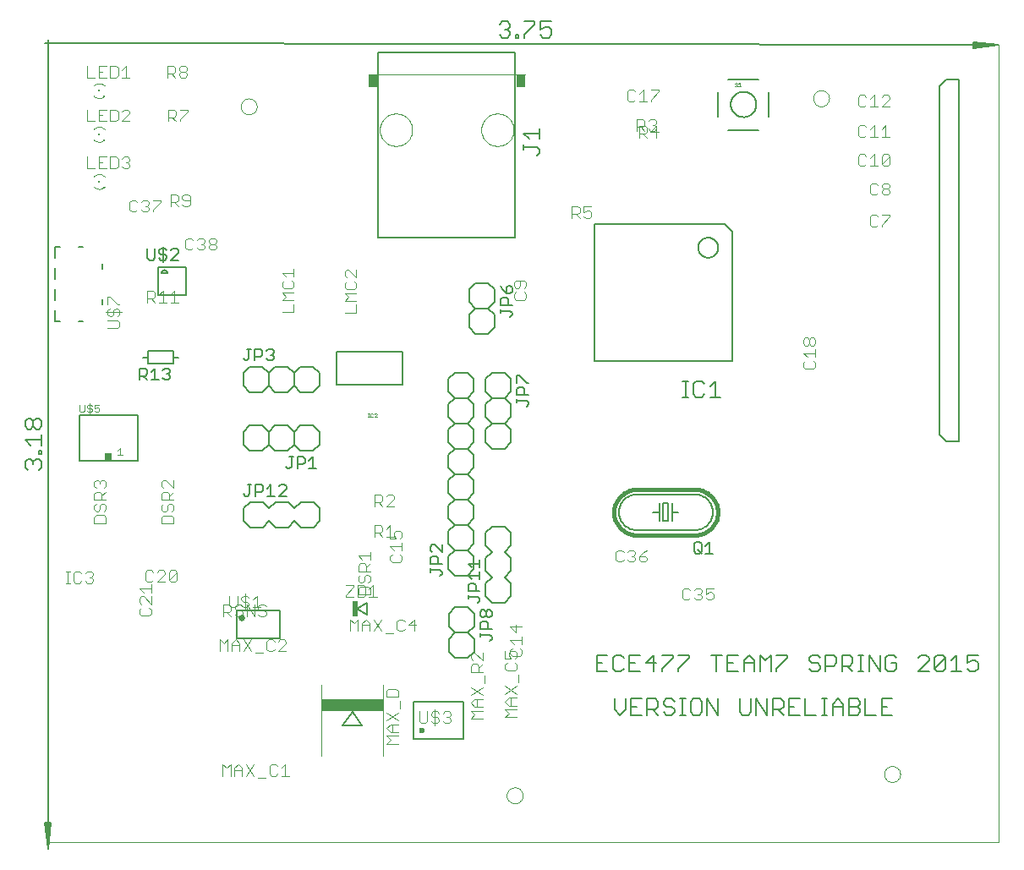
<source format=gto>
G75*
%MOIN*%
%OFA0B0*%
%FSLAX24Y24*%
%IPPOS*%
%LPD*%
%AMOC8*
5,1,8,0,0,1.08239X$1,22.5*
%
%ADD10C,0.0000*%
%ADD11C,0.0060*%
%ADD12C,0.0051*%
%ADD13C,0.0050*%
%ADD14C,0.0070*%
%ADD15C,0.0040*%
%ADD16C,0.0080*%
%ADD17C,0.0004*%
%ADD18R,0.0364X0.0450*%
%ADD19C,0.0256*%
%ADD20R,0.0240X0.0620*%
%ADD21C,0.0010*%
%ADD22C,0.0160*%
%ADD23R,0.0079X0.0079*%
%ADD24R,0.0059X0.0098*%
%ADD25C,0.0030*%
%ADD26R,0.0250X0.0250*%
%ADD27C,0.0236*%
%ADD28R,0.2441X0.0492*%
D10*
X001260Y002090D02*
X038752Y002090D01*
X038752Y033530D01*
X001260Y033590D01*
X001260Y002090D01*
X019345Y003940D02*
X019347Y003975D01*
X019353Y004010D01*
X019363Y004044D01*
X019376Y004077D01*
X019393Y004108D01*
X019414Y004136D01*
X019437Y004163D01*
X019464Y004186D01*
X019492Y004207D01*
X019523Y004224D01*
X019556Y004237D01*
X019590Y004247D01*
X019625Y004253D01*
X019660Y004255D01*
X019695Y004253D01*
X019730Y004247D01*
X019764Y004237D01*
X019797Y004224D01*
X019828Y004207D01*
X019856Y004186D01*
X019883Y004163D01*
X019906Y004136D01*
X019927Y004108D01*
X019944Y004077D01*
X019957Y004044D01*
X019967Y004010D01*
X019973Y003975D01*
X019975Y003940D01*
X019973Y003905D01*
X019967Y003870D01*
X019957Y003836D01*
X019944Y003803D01*
X019927Y003772D01*
X019906Y003744D01*
X019883Y003717D01*
X019856Y003694D01*
X019828Y003673D01*
X019797Y003656D01*
X019764Y003643D01*
X019730Y003633D01*
X019695Y003627D01*
X019660Y003625D01*
X019625Y003627D01*
X019590Y003633D01*
X019556Y003643D01*
X019523Y003656D01*
X019492Y003673D01*
X019464Y003694D01*
X019437Y003717D01*
X019414Y003744D01*
X019393Y003772D01*
X019376Y003803D01*
X019363Y003836D01*
X019353Y003870D01*
X019347Y003905D01*
X019345Y003940D01*
X034225Y004780D02*
X034227Y004815D01*
X034233Y004850D01*
X034243Y004884D01*
X034256Y004917D01*
X034273Y004948D01*
X034294Y004976D01*
X034317Y005003D01*
X034344Y005026D01*
X034372Y005047D01*
X034403Y005064D01*
X034436Y005077D01*
X034470Y005087D01*
X034505Y005093D01*
X034540Y005095D01*
X034575Y005093D01*
X034610Y005087D01*
X034644Y005077D01*
X034677Y005064D01*
X034708Y005047D01*
X034736Y005026D01*
X034763Y005003D01*
X034786Y004976D01*
X034807Y004948D01*
X034824Y004917D01*
X034837Y004884D01*
X034847Y004850D01*
X034853Y004815D01*
X034855Y004780D01*
X034853Y004745D01*
X034847Y004710D01*
X034837Y004676D01*
X034824Y004643D01*
X034807Y004612D01*
X034786Y004584D01*
X034763Y004557D01*
X034736Y004534D01*
X034708Y004513D01*
X034677Y004496D01*
X034644Y004483D01*
X034610Y004473D01*
X034575Y004467D01*
X034540Y004465D01*
X034505Y004467D01*
X034470Y004473D01*
X034436Y004483D01*
X034403Y004496D01*
X034372Y004513D01*
X034344Y004534D01*
X034317Y004557D01*
X034294Y004584D01*
X034273Y004612D01*
X034256Y004643D01*
X034243Y004676D01*
X034233Y004710D01*
X034227Y004745D01*
X034225Y004780D01*
X018340Y030180D02*
X018342Y030230D01*
X018348Y030280D01*
X018358Y030329D01*
X018371Y030378D01*
X018389Y030425D01*
X018410Y030471D01*
X018434Y030514D01*
X018462Y030556D01*
X018493Y030596D01*
X018527Y030633D01*
X018564Y030667D01*
X018604Y030698D01*
X018646Y030726D01*
X018689Y030750D01*
X018735Y030771D01*
X018782Y030789D01*
X018831Y030802D01*
X018880Y030812D01*
X018930Y030818D01*
X018980Y030820D01*
X019030Y030818D01*
X019080Y030812D01*
X019129Y030802D01*
X019178Y030789D01*
X019225Y030771D01*
X019271Y030750D01*
X019314Y030726D01*
X019356Y030698D01*
X019396Y030667D01*
X019433Y030633D01*
X019467Y030596D01*
X019498Y030556D01*
X019526Y030514D01*
X019550Y030471D01*
X019571Y030425D01*
X019589Y030378D01*
X019602Y030329D01*
X019612Y030280D01*
X019618Y030230D01*
X019620Y030180D01*
X019618Y030130D01*
X019612Y030080D01*
X019602Y030031D01*
X019589Y029982D01*
X019571Y029935D01*
X019550Y029889D01*
X019526Y029846D01*
X019498Y029804D01*
X019467Y029764D01*
X019433Y029727D01*
X019396Y029693D01*
X019356Y029662D01*
X019314Y029634D01*
X019271Y029610D01*
X019225Y029589D01*
X019178Y029571D01*
X019129Y029558D01*
X019080Y029548D01*
X019030Y029542D01*
X018980Y029540D01*
X018930Y029542D01*
X018880Y029548D01*
X018831Y029558D01*
X018782Y029571D01*
X018735Y029589D01*
X018689Y029610D01*
X018646Y029634D01*
X018604Y029662D01*
X018564Y029693D01*
X018527Y029727D01*
X018493Y029764D01*
X018462Y029804D01*
X018434Y029846D01*
X018410Y029889D01*
X018389Y029935D01*
X018371Y029982D01*
X018358Y030031D01*
X018348Y030080D01*
X018342Y030130D01*
X018340Y030180D01*
X014340Y030180D02*
X014342Y030230D01*
X014348Y030280D01*
X014358Y030329D01*
X014371Y030378D01*
X014389Y030425D01*
X014410Y030471D01*
X014434Y030514D01*
X014462Y030556D01*
X014493Y030596D01*
X014527Y030633D01*
X014564Y030667D01*
X014604Y030698D01*
X014646Y030726D01*
X014689Y030750D01*
X014735Y030771D01*
X014782Y030789D01*
X014831Y030802D01*
X014880Y030812D01*
X014930Y030818D01*
X014980Y030820D01*
X015030Y030818D01*
X015080Y030812D01*
X015129Y030802D01*
X015178Y030789D01*
X015225Y030771D01*
X015271Y030750D01*
X015314Y030726D01*
X015356Y030698D01*
X015396Y030667D01*
X015433Y030633D01*
X015467Y030596D01*
X015498Y030556D01*
X015526Y030514D01*
X015550Y030471D01*
X015571Y030425D01*
X015589Y030378D01*
X015602Y030329D01*
X015612Y030280D01*
X015618Y030230D01*
X015620Y030180D01*
X015618Y030130D01*
X015612Y030080D01*
X015602Y030031D01*
X015589Y029982D01*
X015571Y029935D01*
X015550Y029889D01*
X015526Y029846D01*
X015498Y029804D01*
X015467Y029764D01*
X015433Y029727D01*
X015396Y029693D01*
X015356Y029662D01*
X015314Y029634D01*
X015271Y029610D01*
X015225Y029589D01*
X015178Y029571D01*
X015129Y029558D01*
X015080Y029548D01*
X015030Y029542D01*
X014980Y029540D01*
X014930Y029542D01*
X014880Y029548D01*
X014831Y029558D01*
X014782Y029571D01*
X014735Y029589D01*
X014689Y029610D01*
X014646Y029634D01*
X014604Y029662D01*
X014564Y029693D01*
X014527Y029727D01*
X014493Y029764D01*
X014462Y029804D01*
X014434Y029846D01*
X014410Y029889D01*
X014389Y029935D01*
X014371Y029982D01*
X014358Y030031D01*
X014348Y030080D01*
X014342Y030130D01*
X014340Y030180D01*
X008865Y031100D02*
X008867Y031135D01*
X008873Y031170D01*
X008883Y031204D01*
X008896Y031237D01*
X008913Y031268D01*
X008934Y031296D01*
X008957Y031323D01*
X008984Y031346D01*
X009012Y031367D01*
X009043Y031384D01*
X009076Y031397D01*
X009110Y031407D01*
X009145Y031413D01*
X009180Y031415D01*
X009215Y031413D01*
X009250Y031407D01*
X009284Y031397D01*
X009317Y031384D01*
X009348Y031367D01*
X009376Y031346D01*
X009403Y031323D01*
X009426Y031296D01*
X009447Y031268D01*
X009464Y031237D01*
X009477Y031204D01*
X009487Y031170D01*
X009493Y031135D01*
X009495Y031100D01*
X009493Y031065D01*
X009487Y031030D01*
X009477Y030996D01*
X009464Y030963D01*
X009447Y030932D01*
X009426Y030904D01*
X009403Y030877D01*
X009376Y030854D01*
X009348Y030833D01*
X009317Y030816D01*
X009284Y030803D01*
X009250Y030793D01*
X009215Y030787D01*
X009180Y030785D01*
X009145Y030787D01*
X009110Y030793D01*
X009076Y030803D01*
X009043Y030816D01*
X009012Y030833D01*
X008984Y030854D01*
X008957Y030877D01*
X008934Y030904D01*
X008913Y030932D01*
X008896Y030963D01*
X008883Y030996D01*
X008873Y031030D01*
X008867Y031065D01*
X008865Y031100D01*
X031425Y031420D02*
X031427Y031455D01*
X031433Y031490D01*
X031443Y031524D01*
X031456Y031557D01*
X031473Y031588D01*
X031494Y031616D01*
X031517Y031643D01*
X031544Y031666D01*
X031572Y031687D01*
X031603Y031704D01*
X031636Y031717D01*
X031670Y031727D01*
X031705Y031733D01*
X031740Y031735D01*
X031775Y031733D01*
X031810Y031727D01*
X031844Y031717D01*
X031877Y031704D01*
X031908Y031687D01*
X031936Y031666D01*
X031963Y031643D01*
X031986Y031616D01*
X032007Y031588D01*
X032024Y031557D01*
X032037Y031524D01*
X032047Y031490D01*
X032053Y031455D01*
X032055Y031420D01*
X032053Y031385D01*
X032047Y031350D01*
X032037Y031316D01*
X032024Y031283D01*
X032007Y031252D01*
X031986Y031224D01*
X031963Y031197D01*
X031936Y031174D01*
X031908Y031153D01*
X031877Y031136D01*
X031844Y031123D01*
X031810Y031113D01*
X031775Y031107D01*
X031740Y031105D01*
X031705Y031107D01*
X031670Y031113D01*
X031636Y031123D01*
X031603Y031136D01*
X031572Y031153D01*
X031544Y031174D01*
X031517Y031197D01*
X031494Y031224D01*
X031473Y031252D01*
X031456Y031283D01*
X031443Y031316D01*
X031433Y031350D01*
X031427Y031385D01*
X031425Y031420D01*
D11*
X027930Y026466D02*
X028225Y026171D01*
X028225Y021054D01*
X022814Y021054D01*
X022814Y026466D01*
X027930Y026466D01*
X026897Y025532D02*
X026899Y025571D01*
X026905Y025610D01*
X026915Y025648D01*
X026928Y025685D01*
X026945Y025720D01*
X026965Y025754D01*
X026989Y025785D01*
X027016Y025814D01*
X027045Y025840D01*
X027077Y025863D01*
X027111Y025883D01*
X027147Y025899D01*
X027184Y025911D01*
X027223Y025920D01*
X027262Y025925D01*
X027301Y025926D01*
X027340Y025923D01*
X027379Y025916D01*
X027416Y025905D01*
X027453Y025891D01*
X027488Y025873D01*
X027521Y025852D01*
X027552Y025827D01*
X027580Y025800D01*
X027605Y025770D01*
X027627Y025737D01*
X027646Y025703D01*
X027661Y025667D01*
X027673Y025629D01*
X027681Y025591D01*
X027685Y025552D01*
X027685Y025512D01*
X027681Y025473D01*
X027673Y025435D01*
X027661Y025397D01*
X027646Y025361D01*
X027627Y025327D01*
X027605Y025294D01*
X027580Y025264D01*
X027552Y025237D01*
X027521Y025212D01*
X027488Y025191D01*
X027453Y025173D01*
X027416Y025159D01*
X027379Y025148D01*
X027340Y025141D01*
X027301Y025138D01*
X027262Y025139D01*
X027223Y025144D01*
X027184Y025153D01*
X027147Y025165D01*
X027111Y025181D01*
X027077Y025201D01*
X027045Y025224D01*
X027016Y025250D01*
X026989Y025279D01*
X026965Y025310D01*
X026945Y025344D01*
X026928Y025379D01*
X026915Y025416D01*
X026905Y025454D01*
X026899Y025493D01*
X026897Y025532D01*
X020650Y029278D02*
X020650Y029384D01*
X020543Y029491D01*
X020009Y029491D01*
X020009Y029384D02*
X020009Y029598D01*
X020222Y029815D02*
X020009Y030029D01*
X020650Y030029D01*
X020650Y030242D02*
X020650Y029815D01*
X020650Y029278D02*
X020543Y029171D01*
X020777Y033810D02*
X020671Y033917D01*
X020777Y033810D02*
X020991Y033809D01*
X021098Y033916D01*
X021098Y034130D01*
X020992Y034236D01*
X020885Y034237D01*
X020671Y034130D01*
X020672Y034451D01*
X021099Y034450D01*
X020454Y034451D02*
X020454Y034344D01*
X020026Y033918D01*
X020026Y033811D01*
X019810Y033812D02*
X019704Y033812D01*
X019704Y033918D01*
X019811Y033918D01*
X019810Y033812D01*
X019486Y033919D02*
X019379Y033812D01*
X019166Y033813D01*
X019059Y033920D01*
X019273Y034133D02*
X019380Y034133D01*
X019487Y034026D01*
X019486Y033919D01*
X019380Y034133D02*
X019487Y034239D01*
X019487Y034346D01*
X019381Y034453D01*
X019167Y034453D01*
X019060Y034347D01*
X020027Y034452D02*
X020454Y034451D01*
X018610Y024140D02*
X018110Y024140D01*
X017860Y023890D01*
X017860Y023390D01*
X018110Y023140D01*
X017860Y022890D01*
X017860Y022390D01*
X018110Y022140D01*
X018610Y022140D01*
X018860Y022390D01*
X018860Y022890D01*
X018610Y023140D01*
X018110Y023140D01*
X018610Y023140D02*
X018860Y023390D01*
X018860Y023890D01*
X018610Y024140D01*
X018760Y020600D02*
X018510Y020350D01*
X018510Y019850D01*
X018760Y019600D01*
X018510Y019350D01*
X018510Y018850D01*
X018760Y018600D01*
X018510Y018350D01*
X018510Y017850D01*
X018760Y017600D01*
X019260Y017600D01*
X019510Y017850D01*
X019510Y018350D01*
X019260Y018600D01*
X018760Y018600D01*
X019260Y018600D02*
X019510Y018850D01*
X019510Y019350D01*
X019260Y019600D01*
X018760Y019600D01*
X019260Y019600D02*
X019510Y019850D01*
X019510Y020350D01*
X019260Y020600D01*
X018760Y020600D01*
X018040Y020350D02*
X018040Y019850D01*
X017790Y019600D01*
X018040Y019350D01*
X018040Y018850D01*
X017790Y018600D01*
X018040Y018350D01*
X018040Y017850D01*
X017790Y017600D01*
X018040Y017350D01*
X018040Y016850D01*
X017790Y016600D01*
X018040Y016350D01*
X018040Y015850D01*
X017790Y015600D01*
X018040Y015350D01*
X018040Y014850D01*
X017790Y014600D01*
X018040Y014350D01*
X018040Y013850D01*
X017790Y013600D01*
X018040Y013350D01*
X018040Y012850D01*
X017790Y012600D01*
X017290Y012600D01*
X017040Y012850D01*
X017040Y013350D01*
X017290Y013600D01*
X017040Y013850D01*
X017040Y014350D01*
X017290Y014600D01*
X017790Y014600D01*
X017290Y014600D02*
X017040Y014850D01*
X017040Y015350D01*
X017290Y015600D01*
X017040Y015850D01*
X017040Y016350D01*
X017290Y016600D01*
X017040Y016850D01*
X017040Y017350D01*
X017290Y017600D01*
X017790Y017600D01*
X017290Y017600D02*
X017040Y017850D01*
X017040Y018350D01*
X017290Y018600D01*
X017040Y018850D01*
X017040Y019350D01*
X017290Y019600D01*
X017040Y019850D01*
X017040Y020350D01*
X017290Y020600D01*
X017790Y020600D01*
X018040Y020350D01*
X017790Y019600D02*
X017290Y019600D01*
X017290Y018600D02*
X017790Y018600D01*
X017790Y016600D02*
X017290Y016600D01*
X017290Y015600D02*
X017790Y015600D01*
X017790Y013600D02*
X017290Y013600D01*
X017310Y011360D02*
X017060Y011110D01*
X017060Y010610D01*
X017310Y010360D01*
X017060Y010110D01*
X017060Y009610D01*
X017310Y009360D01*
X017810Y009360D01*
X018060Y009610D01*
X018060Y010110D01*
X017810Y010360D01*
X017310Y010360D01*
X017810Y010360D02*
X018060Y010610D01*
X018060Y011110D01*
X017810Y011360D01*
X017310Y011360D01*
X022890Y009471D02*
X022890Y008830D01*
X023317Y008830D01*
X023534Y008937D02*
X023534Y009364D01*
X023641Y009471D01*
X023854Y009471D01*
X023961Y009364D01*
X024179Y009471D02*
X024179Y008830D01*
X024606Y008830D01*
X024392Y009150D02*
X024179Y009150D01*
X023961Y008937D02*
X023854Y008830D01*
X023641Y008830D01*
X023534Y008937D01*
X023103Y009150D02*
X022890Y009150D01*
X022890Y009471D02*
X023317Y009471D01*
X024179Y009471D02*
X024606Y009471D01*
X024823Y009150D02*
X025250Y009150D01*
X025468Y008937D02*
X025468Y008830D01*
X025468Y008937D02*
X025895Y009364D01*
X025895Y009471D01*
X025468Y009471D01*
X025143Y009471D02*
X024823Y009150D01*
X025143Y008830D02*
X025143Y009471D01*
X026112Y009471D02*
X026539Y009471D01*
X026539Y009364D01*
X026112Y008937D01*
X026112Y008830D01*
X026175Y007751D02*
X026389Y007751D01*
X026282Y007751D02*
X026282Y007110D01*
X026175Y007110D02*
X026389Y007110D01*
X026605Y007217D02*
X026605Y007644D01*
X026712Y007751D01*
X026925Y007751D01*
X027032Y007644D01*
X027032Y007217D01*
X026925Y007110D01*
X026712Y007110D01*
X026605Y007217D01*
X025958Y007217D02*
X025851Y007110D01*
X025638Y007110D01*
X025531Y007217D01*
X025638Y007430D02*
X025851Y007430D01*
X025958Y007324D01*
X025958Y007217D01*
X025638Y007430D02*
X025531Y007537D01*
X025531Y007644D01*
X025638Y007751D01*
X025851Y007751D01*
X025958Y007644D01*
X025313Y007644D02*
X025313Y007430D01*
X025207Y007324D01*
X024886Y007324D01*
X025100Y007324D02*
X025313Y007110D01*
X024886Y007110D02*
X024886Y007751D01*
X025207Y007751D01*
X025313Y007644D01*
X024669Y007751D02*
X024242Y007751D01*
X024242Y007110D01*
X024669Y007110D01*
X024455Y007430D02*
X024242Y007430D01*
X024024Y007324D02*
X023811Y007110D01*
X023597Y007324D01*
X023597Y007751D01*
X024024Y007751D02*
X024024Y007324D01*
X027250Y007110D02*
X027250Y007751D01*
X027677Y007110D01*
X027677Y007751D01*
X028539Y007751D02*
X028539Y007217D01*
X028646Y007110D01*
X028859Y007110D01*
X028966Y007217D01*
X028966Y007751D01*
X029183Y007751D02*
X029610Y007110D01*
X029610Y007751D01*
X029828Y007751D02*
X030148Y007751D01*
X030255Y007644D01*
X030255Y007430D01*
X030148Y007324D01*
X029828Y007324D01*
X030041Y007324D02*
X030255Y007110D01*
X030472Y007110D02*
X030900Y007110D01*
X031117Y007110D02*
X031544Y007110D01*
X031762Y007110D02*
X031975Y007110D01*
X031868Y007110D02*
X031868Y007751D01*
X031762Y007751D02*
X031975Y007751D01*
X032191Y007537D02*
X032405Y007751D01*
X032618Y007537D01*
X032618Y007110D01*
X032836Y007110D02*
X033156Y007110D01*
X033263Y007217D01*
X033263Y007324D01*
X033156Y007430D01*
X032836Y007430D01*
X032618Y007430D02*
X032191Y007430D01*
X032191Y007537D02*
X032191Y007110D01*
X032836Y007110D02*
X032836Y007751D01*
X033156Y007751D01*
X033263Y007644D01*
X033263Y007537D01*
X033156Y007430D01*
X033480Y007110D02*
X033907Y007110D01*
X034125Y007110D02*
X034552Y007110D01*
X034338Y007430D02*
X034125Y007430D01*
X034125Y007110D02*
X034125Y007751D01*
X034552Y007751D01*
X033480Y007751D02*
X033480Y007110D01*
X033416Y008830D02*
X033202Y008830D01*
X033309Y008830D02*
X033309Y009471D01*
X033202Y009471D02*
X033416Y009471D01*
X033632Y009471D02*
X034059Y008830D01*
X034059Y009471D01*
X034277Y009364D02*
X034277Y008937D01*
X034383Y008830D01*
X034597Y008830D01*
X034704Y008937D01*
X034704Y009150D01*
X034490Y009150D01*
X034277Y009364D02*
X034383Y009471D01*
X034597Y009471D01*
X034704Y009364D01*
X035566Y009364D02*
X035672Y009471D01*
X035886Y009471D01*
X035993Y009364D01*
X035993Y009257D01*
X035566Y008830D01*
X035993Y008830D01*
X036210Y008937D02*
X036210Y009364D01*
X036317Y009471D01*
X036530Y009471D01*
X036637Y009364D01*
X036210Y008937D01*
X036317Y008830D01*
X036530Y008830D01*
X036637Y008937D01*
X036637Y009364D01*
X036855Y009257D02*
X037068Y009471D01*
X037068Y008830D01*
X036855Y008830D02*
X037282Y008830D01*
X037499Y008937D02*
X037606Y008830D01*
X037820Y008830D01*
X037926Y008937D01*
X037926Y009150D01*
X037820Y009257D01*
X037713Y009257D01*
X037499Y009150D01*
X037499Y009471D01*
X037926Y009471D01*
X033632Y009471D02*
X033632Y008830D01*
X032985Y008830D02*
X032771Y009044D01*
X032878Y009044D02*
X032558Y009044D01*
X032558Y008830D02*
X032558Y009471D01*
X032878Y009471D01*
X032985Y009364D01*
X032985Y009150D01*
X032878Y009044D01*
X032340Y009150D02*
X032233Y009044D01*
X031913Y009044D01*
X031913Y008830D02*
X031913Y009471D01*
X032233Y009471D01*
X032340Y009364D01*
X032340Y009150D01*
X031696Y009044D02*
X031696Y008937D01*
X031589Y008830D01*
X031375Y008830D01*
X031269Y008937D01*
X031375Y009150D02*
X031589Y009150D01*
X031696Y009044D01*
X031696Y009364D02*
X031589Y009471D01*
X031375Y009471D01*
X031269Y009364D01*
X031269Y009257D01*
X031375Y009150D01*
X030407Y009364D02*
X029980Y008937D01*
X029980Y008830D01*
X029762Y008830D02*
X029762Y009471D01*
X029549Y009257D01*
X029335Y009471D01*
X029335Y008830D01*
X029117Y008830D02*
X029117Y009257D01*
X028904Y009471D01*
X028690Y009257D01*
X028690Y008830D01*
X028473Y008830D02*
X028046Y008830D01*
X028046Y009471D01*
X028473Y009471D01*
X028259Y009150D02*
X028046Y009150D01*
X027828Y009471D02*
X027401Y009471D01*
X027615Y009471D02*
X027615Y008830D01*
X028690Y009150D02*
X029117Y009150D01*
X029980Y009471D02*
X030407Y009471D01*
X030407Y009364D01*
X030472Y007751D02*
X030472Y007110D01*
X030472Y007430D02*
X030686Y007430D01*
X030900Y007751D02*
X030472Y007751D01*
X029828Y007751D02*
X029828Y007110D01*
X029183Y007110D02*
X029183Y007751D01*
X031117Y007751D02*
X031117Y007110D01*
X026770Y014400D02*
X024470Y014400D01*
X024419Y014402D01*
X024368Y014407D01*
X024318Y014417D01*
X024268Y014430D01*
X024220Y014446D01*
X024173Y014466D01*
X024127Y014490D01*
X024084Y014516D01*
X024042Y014546D01*
X024003Y014579D01*
X023966Y014614D01*
X023932Y014652D01*
X023901Y014693D01*
X023872Y014735D01*
X023847Y014780D01*
X023826Y014826D01*
X023807Y014874D01*
X023793Y014923D01*
X023782Y014973D01*
X023774Y015023D01*
X023770Y015074D01*
X023770Y015126D01*
X023774Y015177D01*
X023782Y015227D01*
X023793Y015277D01*
X023807Y015326D01*
X023826Y015374D01*
X023847Y015420D01*
X023872Y015465D01*
X023901Y015507D01*
X023932Y015548D01*
X023966Y015586D01*
X024003Y015621D01*
X024042Y015654D01*
X024084Y015684D01*
X024127Y015710D01*
X024173Y015734D01*
X024220Y015754D01*
X024268Y015770D01*
X024318Y015783D01*
X024368Y015793D01*
X024419Y015798D01*
X024470Y015800D01*
X026770Y015800D01*
X026821Y015798D01*
X026872Y015793D01*
X026922Y015783D01*
X026972Y015770D01*
X027020Y015754D01*
X027067Y015734D01*
X027113Y015710D01*
X027156Y015684D01*
X027198Y015654D01*
X027237Y015621D01*
X027274Y015586D01*
X027308Y015548D01*
X027339Y015507D01*
X027368Y015465D01*
X027393Y015420D01*
X027414Y015374D01*
X027433Y015326D01*
X027447Y015277D01*
X027458Y015227D01*
X027466Y015177D01*
X027470Y015126D01*
X027470Y015074D01*
X027466Y015023D01*
X027458Y014973D01*
X027447Y014923D01*
X027433Y014874D01*
X027414Y014826D01*
X027393Y014780D01*
X027368Y014735D01*
X027339Y014693D01*
X027308Y014652D01*
X027274Y014614D01*
X027237Y014579D01*
X027198Y014546D01*
X027156Y014516D01*
X027113Y014490D01*
X027067Y014466D01*
X027020Y014446D01*
X026972Y014430D01*
X026922Y014417D01*
X026872Y014407D01*
X026821Y014402D01*
X026770Y014400D01*
X026120Y015100D02*
X025870Y015100D01*
X025870Y015450D01*
X025720Y015450D02*
X025720Y014750D01*
X025520Y014750D01*
X025520Y015450D01*
X025720Y015450D01*
X025370Y015450D02*
X025370Y015100D01*
X025120Y015100D01*
X025370Y015100D02*
X025370Y014750D01*
X025870Y014750D02*
X025870Y015100D01*
X011960Y017780D02*
X011710Y017530D01*
X011210Y017530D01*
X010960Y017780D01*
X010710Y017530D01*
X010210Y017530D01*
X009960Y017780D01*
X009710Y017530D01*
X009210Y017530D01*
X008960Y017780D01*
X008960Y018280D01*
X009210Y018530D01*
X009710Y018530D01*
X009960Y018280D01*
X010210Y018530D01*
X010710Y018530D01*
X010960Y018280D01*
X011210Y018530D01*
X011710Y018530D01*
X011960Y018280D01*
X011960Y017780D01*
X010960Y017780D02*
X010960Y018280D01*
X009960Y018280D02*
X009960Y017780D01*
X010210Y019840D02*
X009960Y020090D01*
X009710Y019840D01*
X009210Y019840D01*
X008960Y020090D01*
X008960Y020590D01*
X009210Y020840D01*
X009710Y020840D01*
X009960Y020590D01*
X010210Y020840D01*
X010710Y020840D01*
X010960Y020590D01*
X011210Y020840D01*
X011710Y020840D01*
X011960Y020590D01*
X011960Y020090D01*
X011710Y019840D01*
X011210Y019840D01*
X010960Y020090D01*
X010710Y019840D01*
X010210Y019840D01*
X009960Y020090D02*
X009960Y020590D01*
X010960Y020590D02*
X010960Y020090D01*
X006420Y021200D02*
X006220Y021200D01*
X006220Y021450D01*
X005220Y021450D01*
X005220Y021200D01*
X005220Y020950D01*
X006220Y020950D01*
X006220Y021200D01*
X005220Y021200D02*
X005020Y021200D01*
X001003Y018700D02*
X001003Y018486D01*
X000897Y018379D01*
X000790Y018379D01*
X000683Y018486D01*
X000683Y018700D01*
X000790Y018807D01*
X000897Y018807D01*
X001003Y018700D01*
X000683Y018700D02*
X000576Y018807D01*
X000470Y018807D01*
X000363Y018700D01*
X000363Y018486D01*
X000470Y018379D01*
X000576Y018379D01*
X000683Y018486D01*
X001003Y018162D02*
X001003Y017735D01*
X001003Y017948D02*
X000363Y017948D01*
X000576Y017735D01*
X000897Y017519D02*
X001003Y017519D01*
X001003Y017413D01*
X000897Y017413D01*
X000897Y017519D01*
X000897Y017195D02*
X001003Y017088D01*
X001003Y016875D01*
X000897Y016768D01*
X000683Y016982D02*
X000683Y017088D01*
X000790Y017195D01*
X000897Y017195D01*
X000683Y017088D02*
X000576Y017195D01*
X000470Y017195D01*
X000363Y017088D01*
X000363Y016875D01*
X000470Y016768D01*
D12*
X001362Y002864D02*
X001260Y001840D01*
X001157Y002864D01*
X001134Y002864D02*
X001385Y002864D01*
X001260Y001840D01*
X001311Y002864D01*
X001208Y002864D02*
X001260Y001840D01*
X001134Y002864D01*
X001260Y001840D02*
X001260Y033590D01*
X038752Y033520D01*
X037728Y033419D01*
X037728Y033396D02*
X038752Y033520D01*
X037728Y033624D01*
X037728Y033647D02*
X037728Y033396D01*
X037728Y033470D02*
X038752Y033520D01*
X037728Y033573D01*
X037728Y033647D02*
X038752Y033520D01*
X001385Y033590D02*
X001134Y033590D01*
X001385Y033590D01*
X001260Y033464D02*
X001260Y033716D01*
X001260Y033464D01*
D13*
X001529Y025576D02*
X001725Y025576D01*
X001529Y025576D02*
X001529Y025133D01*
X001529Y024740D02*
X001529Y024297D01*
X001529Y023903D02*
X001529Y023460D01*
X001529Y023067D02*
X001529Y022624D01*
X001725Y022624D01*
X002474Y022624D02*
X002631Y022624D01*
X003418Y023293D02*
X003418Y023509D01*
X003418Y024691D02*
X003418Y024907D01*
X002631Y025576D02*
X002474Y025576D01*
X005185Y025495D02*
X005185Y025120D01*
X005260Y025045D01*
X005410Y025045D01*
X005485Y025120D01*
X005485Y025495D01*
X005645Y025420D02*
X005720Y025495D01*
X005870Y025495D01*
X005945Y025420D01*
X006105Y025420D02*
X006180Y025495D01*
X006330Y025495D01*
X006406Y025420D01*
X006406Y025345D01*
X006105Y025045D01*
X006406Y025045D01*
X005945Y025120D02*
X005945Y025195D01*
X005870Y025270D01*
X005720Y025270D01*
X005645Y025345D01*
X005645Y025420D01*
X005795Y025570D02*
X005795Y024970D01*
X005720Y025045D02*
X005870Y025045D01*
X005945Y025120D01*
X005720Y025045D02*
X005645Y025120D01*
X009105Y021535D02*
X009255Y021535D01*
X009180Y021535D02*
X009180Y021160D01*
X009105Y021085D01*
X009030Y021085D01*
X008955Y021160D01*
X009415Y021085D02*
X009415Y021535D01*
X009640Y021535D01*
X009715Y021460D01*
X009715Y021310D01*
X009640Y021235D01*
X009415Y021235D01*
X009875Y021160D02*
X009950Y021085D01*
X010100Y021085D01*
X010176Y021160D01*
X010176Y021235D01*
X010100Y021310D01*
X010025Y021310D01*
X010100Y021310D02*
X010176Y021385D01*
X010176Y021460D01*
X010100Y021535D01*
X009950Y021535D01*
X009875Y021460D01*
X006084Y020700D02*
X006084Y020625D01*
X006009Y020550D01*
X006084Y020475D01*
X006084Y020400D01*
X006009Y020325D01*
X005859Y020325D01*
X005784Y020400D01*
X005624Y020325D02*
X005324Y020325D01*
X005474Y020325D02*
X005474Y020775D01*
X005324Y020625D01*
X005164Y020550D02*
X005089Y020475D01*
X004863Y020475D01*
X004863Y020325D02*
X004863Y020775D01*
X005089Y020775D01*
X005164Y020700D01*
X005164Y020550D01*
X005013Y020475D02*
X005164Y020325D01*
X005784Y020700D02*
X005859Y020775D01*
X006009Y020775D01*
X006084Y020700D01*
X006009Y020550D02*
X005934Y020550D01*
X004811Y018918D02*
X004811Y017146D01*
X002508Y017146D01*
X002508Y018918D01*
X004811Y018918D01*
X009125Y016195D02*
X009275Y016195D01*
X009200Y016195D02*
X009200Y015820D01*
X009125Y015745D01*
X009050Y015745D01*
X008975Y015820D01*
X009435Y015745D02*
X009435Y016195D01*
X009660Y016195D01*
X009735Y016120D01*
X009735Y015970D01*
X009660Y015895D01*
X009435Y015895D01*
X009895Y015745D02*
X010196Y015745D01*
X010045Y015745D02*
X010045Y016195D01*
X009895Y016045D01*
X010356Y016120D02*
X010431Y016195D01*
X010581Y016195D01*
X010656Y016120D01*
X010656Y016045D01*
X010356Y015745D01*
X010656Y015745D01*
X010708Y016835D02*
X010783Y016835D01*
X010859Y016910D01*
X010859Y017285D01*
X010934Y017285D02*
X010783Y017285D01*
X011094Y017285D02*
X011094Y016835D01*
X011094Y016985D02*
X011319Y016985D01*
X011394Y017060D01*
X011394Y017210D01*
X011319Y017285D01*
X011094Y017285D01*
X011554Y017135D02*
X011704Y017285D01*
X011704Y016835D01*
X011554Y016835D02*
X011854Y016835D01*
X010708Y016835D02*
X010633Y016910D01*
X016344Y013741D02*
X016344Y013591D01*
X016419Y013516D01*
X016419Y013356D02*
X016569Y013356D01*
X016644Y013281D01*
X016644Y013055D01*
X016795Y013055D02*
X016344Y013055D01*
X016344Y013281D01*
X016419Y013356D01*
X016344Y013741D02*
X016419Y013816D01*
X016494Y013816D01*
X016795Y013516D01*
X016795Y013816D01*
X016344Y012895D02*
X016344Y012745D01*
X016344Y012820D02*
X016719Y012820D01*
X016795Y012745D01*
X016795Y012670D01*
X016719Y012595D01*
X017824Y012606D02*
X018275Y012606D01*
X018275Y012456D02*
X018275Y012756D01*
X018275Y012916D02*
X018275Y013216D01*
X018275Y013066D02*
X017824Y013066D01*
X017974Y012916D01*
X017824Y012606D02*
X017974Y012456D01*
X017899Y012296D02*
X018049Y012296D01*
X018124Y012221D01*
X018124Y011995D01*
X018275Y011995D02*
X017824Y011995D01*
X017824Y012221D01*
X017899Y012296D01*
X017824Y011835D02*
X017824Y011685D01*
X017824Y011760D02*
X018199Y011760D01*
X018275Y011685D01*
X018275Y011610D01*
X018199Y011535D01*
X018379Y011255D02*
X018454Y011255D01*
X018529Y011180D01*
X018529Y011030D01*
X018454Y010955D01*
X018379Y010955D01*
X018304Y011030D01*
X018304Y011180D01*
X018379Y011255D01*
X018529Y011180D02*
X018604Y011255D01*
X018679Y011255D01*
X018755Y011180D01*
X018755Y011030D01*
X018679Y010955D01*
X018604Y010955D01*
X018529Y011030D01*
X018529Y010794D02*
X018604Y010719D01*
X018604Y010494D01*
X018755Y010494D02*
X018304Y010494D01*
X018304Y010719D01*
X018379Y010794D01*
X018529Y010794D01*
X018304Y010334D02*
X018304Y010184D01*
X018304Y010259D02*
X018679Y010259D01*
X018755Y010184D01*
X018755Y010109D01*
X018679Y010034D01*
X026724Y013550D02*
X026799Y013475D01*
X026949Y013475D01*
X027024Y013550D01*
X027024Y013850D01*
X026949Y013925D01*
X026799Y013925D01*
X026724Y013850D01*
X026724Y013550D01*
X026874Y013625D02*
X027024Y013475D01*
X027184Y013475D02*
X027484Y013475D01*
X027334Y013475D02*
X027334Y013925D01*
X027184Y013775D01*
X020205Y019349D02*
X020205Y019424D01*
X020129Y019499D01*
X019754Y019499D01*
X019754Y019424D02*
X019754Y019574D01*
X019754Y019734D02*
X019754Y019959D01*
X019829Y020034D01*
X019979Y020034D01*
X020054Y019959D01*
X020054Y019734D01*
X020205Y019734D02*
X019754Y019734D01*
X020205Y019349D02*
X020129Y019274D01*
X020129Y020195D02*
X020205Y020195D01*
X020129Y020195D02*
X019829Y020495D01*
X019754Y020495D01*
X019754Y020195D01*
X019479Y022814D02*
X019555Y022889D01*
X019555Y022964D01*
X019479Y023039D01*
X019104Y023039D01*
X019104Y022964D02*
X019104Y023114D01*
X019104Y023274D02*
X019104Y023499D01*
X019179Y023574D01*
X019329Y023574D01*
X019404Y023499D01*
X019404Y023274D01*
X019555Y023274D02*
X019104Y023274D01*
X019329Y023735D02*
X019329Y023960D01*
X019404Y024035D01*
X019479Y024035D01*
X019555Y023960D01*
X019555Y023810D01*
X019479Y023735D01*
X019329Y023735D01*
X019179Y023885D01*
X019104Y024035D01*
X036410Y018150D02*
X036410Y031900D01*
X036660Y032150D01*
X037160Y032150D01*
X037160Y017900D01*
X036660Y017900D01*
X036410Y018150D01*
D14*
X027780Y019645D02*
X027360Y019645D01*
X027570Y019645D02*
X027570Y020276D01*
X027360Y020065D01*
X027136Y020170D02*
X027031Y020276D01*
X026821Y020276D01*
X026715Y020170D01*
X026715Y019750D01*
X026821Y019645D01*
X027031Y019645D01*
X027136Y019750D01*
X026496Y019645D02*
X026286Y019645D01*
X026391Y019645D02*
X026391Y020276D01*
X026286Y020276D02*
X026496Y020276D01*
D15*
X031039Y020836D02*
X031116Y020759D01*
X031423Y020759D01*
X031500Y020836D01*
X031500Y020989D01*
X031423Y021066D01*
X031500Y021219D02*
X031500Y021526D01*
X031500Y021373D02*
X031039Y021373D01*
X031193Y021219D01*
X031116Y021066D02*
X031039Y020989D01*
X031039Y020836D01*
X031116Y021680D02*
X031039Y021756D01*
X031039Y021910D01*
X031116Y021987D01*
X031193Y021987D01*
X031269Y021910D01*
X031269Y021756D01*
X031193Y021680D01*
X031116Y021680D01*
X031269Y021756D02*
X031346Y021680D01*
X031423Y021680D01*
X031500Y021756D01*
X031500Y021910D01*
X031423Y021987D01*
X031346Y021987D01*
X031269Y021910D01*
X033745Y026370D02*
X033899Y026370D01*
X033976Y026447D01*
X034129Y026447D02*
X034129Y026370D01*
X034129Y026447D02*
X034436Y026754D01*
X034436Y026830D01*
X034129Y026830D01*
X033976Y026754D02*
X033899Y026830D01*
X033745Y026830D01*
X033669Y026754D01*
X033669Y026447D01*
X033745Y026370D01*
X033745Y027620D02*
X033899Y027620D01*
X033976Y027697D01*
X034129Y027697D02*
X034129Y027773D01*
X034206Y027850D01*
X034359Y027850D01*
X034436Y027773D01*
X034436Y027697D01*
X034359Y027620D01*
X034206Y027620D01*
X034129Y027697D01*
X034206Y027850D02*
X034129Y027927D01*
X034129Y028004D01*
X034206Y028080D01*
X034359Y028080D01*
X034436Y028004D01*
X034436Y027927D01*
X034359Y027850D01*
X033976Y028004D02*
X033899Y028080D01*
X033745Y028080D01*
X033669Y028004D01*
X033669Y027697D01*
X033745Y027620D01*
X033669Y028760D02*
X033976Y028760D01*
X033822Y028760D02*
X033822Y029220D01*
X033669Y029067D01*
X033515Y029144D02*
X033439Y029220D01*
X033285Y029220D01*
X033208Y029144D01*
X033208Y028837D01*
X033285Y028760D01*
X033439Y028760D01*
X033515Y028837D01*
X034129Y028837D02*
X034129Y029144D01*
X034206Y029220D01*
X034359Y029220D01*
X034436Y029144D01*
X034129Y028837D01*
X034206Y028760D01*
X034359Y028760D01*
X034436Y028837D01*
X034436Y029144D01*
X034436Y029900D02*
X034129Y029900D01*
X033976Y029900D02*
X033669Y029900D01*
X033822Y029900D02*
X033822Y030360D01*
X033669Y030207D01*
X033515Y030284D02*
X033439Y030360D01*
X033285Y030360D01*
X033208Y030284D01*
X033208Y029977D01*
X033285Y029900D01*
X033439Y029900D01*
X033515Y029977D01*
X034129Y030207D02*
X034283Y030360D01*
X034283Y029900D01*
X034436Y031090D02*
X034129Y031090D01*
X034436Y031397D01*
X034436Y031474D01*
X034359Y031550D01*
X034206Y031550D01*
X034129Y031474D01*
X033822Y031550D02*
X033822Y031090D01*
X033669Y031090D02*
X033976Y031090D01*
X033669Y031397D02*
X033822Y031550D01*
X033515Y031474D02*
X033439Y031550D01*
X033285Y031550D01*
X033208Y031474D01*
X033208Y031167D01*
X033285Y031090D01*
X033439Y031090D01*
X033515Y031167D01*
X025336Y031684D02*
X025029Y031377D01*
X025029Y031300D01*
X024876Y031300D02*
X024569Y031300D01*
X024722Y031300D02*
X024722Y031760D01*
X024569Y031607D01*
X024415Y031684D02*
X024339Y031760D01*
X024185Y031760D01*
X024108Y031684D01*
X024108Y031377D01*
X024185Y031300D01*
X024339Y031300D01*
X024415Y031377D01*
X025029Y031760D02*
X025336Y031760D01*
X025336Y031684D01*
X025170Y030600D02*
X025247Y030524D01*
X025247Y030447D01*
X025170Y030370D01*
X025247Y030293D01*
X025247Y030217D01*
X025170Y030140D01*
X025017Y030140D01*
X024940Y030217D01*
X024866Y030254D02*
X024789Y030330D01*
X024559Y030330D01*
X024559Y029870D01*
X024559Y030023D02*
X024789Y030023D01*
X024866Y030100D01*
X024866Y030254D01*
X024786Y030140D02*
X024633Y030293D01*
X024710Y030293D02*
X024480Y030293D01*
X024480Y030140D02*
X024480Y030600D01*
X024710Y030600D01*
X024786Y030524D01*
X024786Y030370D01*
X024710Y030293D01*
X024712Y030023D02*
X024866Y029870D01*
X025019Y030100D02*
X025326Y030100D01*
X025249Y029870D02*
X025249Y030330D01*
X025019Y030100D01*
X025093Y030370D02*
X025170Y030370D01*
X025170Y030600D02*
X025017Y030600D01*
X024940Y030524D01*
X022686Y027160D02*
X022379Y027160D01*
X022379Y026930D01*
X022533Y027007D01*
X022609Y027007D01*
X022686Y026930D01*
X022686Y026777D01*
X022609Y026700D01*
X022456Y026700D01*
X022379Y026777D01*
X022226Y026700D02*
X022072Y026853D01*
X022149Y026853D02*
X021919Y026853D01*
X021919Y026700D02*
X021919Y027160D01*
X022149Y027160D01*
X022226Y027084D01*
X022226Y026930D01*
X022149Y026853D01*
X020023Y024247D02*
X019716Y024247D01*
X019639Y024171D01*
X019639Y024017D01*
X019716Y023940D01*
X019793Y023940D01*
X019869Y024017D01*
X019869Y024247D01*
X020023Y024247D02*
X020100Y024171D01*
X020100Y024017D01*
X020023Y023940D01*
X020023Y023787D02*
X020100Y023710D01*
X020100Y023557D01*
X020023Y023480D01*
X019716Y023480D01*
X019639Y023557D01*
X019639Y023710D01*
X019716Y023787D01*
X013420Y023747D02*
X012959Y023747D01*
X013113Y023594D01*
X012959Y023440D01*
X013420Y023440D01*
X013420Y023287D02*
X013420Y022980D01*
X012959Y022980D01*
X013036Y023901D02*
X013343Y023901D01*
X013420Y023978D01*
X013420Y024131D01*
X013343Y024208D01*
X013420Y024361D02*
X013113Y024668D01*
X013036Y024668D01*
X012959Y024591D01*
X012959Y024438D01*
X013036Y024361D01*
X013036Y024208D02*
X012959Y024131D01*
X012959Y023978D01*
X013036Y023901D01*
X013420Y024361D02*
X013420Y024668D01*
X010950Y024688D02*
X010950Y024381D01*
X010950Y024535D02*
X010489Y024535D01*
X010643Y024381D01*
X010566Y024228D02*
X010489Y024151D01*
X010489Y023998D01*
X010566Y023921D01*
X010873Y023921D01*
X010950Y023998D01*
X010950Y024151D01*
X010873Y024228D01*
X010950Y023767D02*
X010489Y023767D01*
X010643Y023614D01*
X010489Y023460D01*
X010950Y023460D01*
X010950Y023307D02*
X010950Y023000D01*
X010489Y023000D01*
X007906Y025527D02*
X007829Y025450D01*
X007676Y025450D01*
X007599Y025527D01*
X007599Y025603D01*
X007676Y025680D01*
X007829Y025680D01*
X007906Y025603D01*
X007906Y025527D01*
X007829Y025680D02*
X007906Y025757D01*
X007906Y025834D01*
X007829Y025910D01*
X007676Y025910D01*
X007599Y025834D01*
X007599Y025757D01*
X007676Y025680D01*
X007446Y025603D02*
X007446Y025527D01*
X007369Y025450D01*
X007215Y025450D01*
X007139Y025527D01*
X006985Y025527D02*
X006909Y025450D01*
X006755Y025450D01*
X006678Y025527D01*
X006678Y025834D01*
X006755Y025910D01*
X006909Y025910D01*
X006985Y025834D01*
X007139Y025834D02*
X007215Y025910D01*
X007369Y025910D01*
X007446Y025834D01*
X007446Y025757D01*
X007369Y025680D01*
X007446Y025603D01*
X007369Y025680D02*
X007292Y025680D01*
X006779Y027170D02*
X006856Y027247D01*
X006856Y027554D01*
X006779Y027630D01*
X006626Y027630D01*
X006549Y027554D01*
X006549Y027477D01*
X006626Y027400D01*
X006856Y027400D01*
X006779Y027170D02*
X006626Y027170D01*
X006549Y027247D01*
X006396Y027170D02*
X006242Y027323D01*
X006319Y027323D02*
X006089Y027323D01*
X006089Y027170D02*
X006089Y027630D01*
X006319Y027630D01*
X006396Y027554D01*
X006396Y027400D01*
X006319Y027323D01*
X005707Y027334D02*
X005400Y027027D01*
X005400Y026950D01*
X005247Y027027D02*
X005170Y026950D01*
X005017Y026950D01*
X004940Y027027D01*
X004786Y027027D02*
X004710Y026950D01*
X004556Y026950D01*
X004480Y027027D01*
X004480Y027334D01*
X004556Y027410D01*
X004710Y027410D01*
X004786Y027334D01*
X004940Y027334D02*
X005017Y027410D01*
X005170Y027410D01*
X005247Y027334D01*
X005247Y027257D01*
X005170Y027180D01*
X005247Y027103D01*
X005247Y027027D01*
X005170Y027180D02*
X005093Y027180D01*
X005400Y027410D02*
X005707Y027410D01*
X005707Y027334D01*
X004411Y028660D02*
X004257Y028660D01*
X004181Y028737D01*
X004027Y028737D02*
X004027Y029044D01*
X003950Y029120D01*
X003720Y029120D01*
X003720Y028660D01*
X003950Y028660D01*
X004027Y028737D01*
X004181Y029044D02*
X004257Y029120D01*
X004411Y029120D01*
X004488Y029044D01*
X004488Y028967D01*
X004411Y028890D01*
X004488Y028813D01*
X004488Y028737D01*
X004411Y028660D01*
X004411Y028890D02*
X004334Y028890D01*
X003567Y028660D02*
X003260Y028660D01*
X003260Y029120D01*
X003567Y029120D01*
X003413Y028890D02*
X003260Y028890D01*
X003106Y028660D02*
X002800Y028660D01*
X002800Y029120D01*
X003063Y029803D02*
X003086Y029780D01*
X003112Y029760D01*
X003140Y029743D01*
X003169Y029729D01*
X003200Y029718D01*
X003231Y029711D01*
X003264Y029707D01*
X003296Y029707D01*
X003329Y029711D01*
X003360Y029718D01*
X003391Y029729D01*
X003420Y029743D01*
X003448Y029760D01*
X003474Y029780D01*
X003497Y029803D01*
X003497Y030197D02*
X003474Y030220D01*
X003448Y030240D01*
X003420Y030257D01*
X003391Y030271D01*
X003360Y030282D01*
X003329Y030289D01*
X003296Y030293D01*
X003264Y030293D01*
X003231Y030289D01*
X003200Y030282D01*
X003169Y030271D01*
X003140Y030257D01*
X003112Y030240D01*
X003086Y030220D01*
X003063Y030197D01*
X003106Y030520D02*
X002800Y030520D01*
X002800Y030980D01*
X003260Y030980D02*
X003260Y030520D01*
X003567Y030520D01*
X003720Y030520D02*
X003950Y030520D01*
X004027Y030597D01*
X004027Y030904D01*
X003950Y030980D01*
X003720Y030980D01*
X003720Y030520D01*
X003413Y030750D02*
X003260Y030750D01*
X003260Y030980D02*
X003567Y030980D01*
X004181Y030904D02*
X004257Y030980D01*
X004411Y030980D01*
X004488Y030904D01*
X004488Y030827D01*
X004181Y030520D01*
X004488Y030520D01*
X006000Y030520D02*
X006000Y030980D01*
X006230Y030980D01*
X006306Y030904D01*
X006306Y030750D01*
X006230Y030673D01*
X006000Y030673D01*
X006153Y030673D02*
X006306Y030520D01*
X006460Y030520D02*
X006460Y030597D01*
X006767Y030904D01*
X006767Y030980D01*
X006460Y030980D01*
X006517Y032240D02*
X006440Y032317D01*
X006440Y032393D01*
X006517Y032470D01*
X006670Y032470D01*
X006747Y032393D01*
X006747Y032317D01*
X006670Y032240D01*
X006517Y032240D01*
X006517Y032470D02*
X006440Y032547D01*
X006440Y032624D01*
X006517Y032700D01*
X006670Y032700D01*
X006747Y032624D01*
X006747Y032547D01*
X006670Y032470D01*
X006286Y032470D02*
X006210Y032393D01*
X005980Y032393D01*
X006133Y032393D02*
X006286Y032240D01*
X006286Y032470D02*
X006286Y032624D01*
X006210Y032700D01*
X005980Y032700D01*
X005980Y032240D01*
X004488Y032240D02*
X004181Y032240D01*
X004334Y032240D02*
X004334Y032700D01*
X004181Y032547D01*
X004027Y032624D02*
X003950Y032700D01*
X003720Y032700D01*
X003720Y032240D01*
X003950Y032240D01*
X004027Y032317D01*
X004027Y032624D01*
X003567Y032700D02*
X003260Y032700D01*
X003260Y032240D01*
X003567Y032240D01*
X003413Y032470D02*
X003260Y032470D01*
X003106Y032240D02*
X002800Y032240D01*
X002800Y032700D01*
X003063Y031917D02*
X003086Y031940D01*
X003112Y031960D01*
X003140Y031977D01*
X003169Y031991D01*
X003200Y032002D01*
X003231Y032009D01*
X003264Y032013D01*
X003296Y032013D01*
X003329Y032009D01*
X003360Y032002D01*
X003391Y031991D01*
X003420Y031977D01*
X003448Y031960D01*
X003474Y031940D01*
X003497Y031917D01*
X003497Y031523D02*
X003474Y031500D01*
X003448Y031480D01*
X003420Y031463D01*
X003391Y031449D01*
X003360Y031438D01*
X003329Y031431D01*
X003296Y031427D01*
X003264Y031427D01*
X003231Y031431D01*
X003200Y031438D01*
X003169Y031449D01*
X003140Y031463D01*
X003112Y031480D01*
X003086Y031500D01*
X003063Y031523D01*
X003063Y028337D02*
X003086Y028360D01*
X003112Y028380D01*
X003140Y028397D01*
X003169Y028411D01*
X003200Y028422D01*
X003231Y028429D01*
X003264Y028433D01*
X003296Y028433D01*
X003329Y028429D01*
X003360Y028422D01*
X003391Y028411D01*
X003420Y028397D01*
X003448Y028380D01*
X003474Y028360D01*
X003497Y028337D01*
X003497Y027943D02*
X003474Y027920D01*
X003448Y027900D01*
X003420Y027883D01*
X003391Y027869D01*
X003360Y027858D01*
X003329Y027851D01*
X003296Y027847D01*
X003264Y027847D01*
X003231Y027851D01*
X003200Y027858D01*
X003169Y027869D01*
X003140Y027883D01*
X003112Y027900D01*
X003086Y027920D01*
X003063Y027943D01*
X005180Y023840D02*
X005410Y023840D01*
X005486Y023764D01*
X005486Y023610D01*
X005410Y023533D01*
X005180Y023533D01*
X005333Y023533D02*
X005486Y023380D01*
X005640Y023380D02*
X005947Y023380D01*
X006100Y023380D02*
X006407Y023380D01*
X006254Y023380D02*
X006254Y023840D01*
X006100Y023687D01*
X005793Y023840D02*
X005793Y023380D01*
X005640Y023687D02*
X005793Y023840D01*
X005180Y023840D02*
X005180Y023380D01*
X004156Y022984D02*
X003542Y022984D01*
X003619Y023061D02*
X003696Y023137D01*
X003619Y023061D02*
X003619Y022907D01*
X003696Y022830D01*
X003773Y022830D01*
X003849Y022907D01*
X003849Y023061D01*
X003926Y023137D01*
X004003Y023137D01*
X004080Y023061D01*
X004080Y022907D01*
X004003Y022830D01*
X004003Y022677D02*
X003619Y022677D01*
X003619Y022370D02*
X004003Y022370D01*
X004080Y022447D01*
X004080Y022600D01*
X004003Y022677D01*
X004003Y023291D02*
X004080Y023291D01*
X004003Y023291D02*
X003696Y023598D01*
X003619Y023598D01*
X003619Y023291D01*
X003463Y016368D02*
X003540Y016291D01*
X003540Y016138D01*
X003463Y016061D01*
X003540Y015908D02*
X003386Y015754D01*
X003386Y015831D02*
X003386Y015601D01*
X003540Y015601D02*
X003079Y015601D01*
X003079Y015831D01*
X003156Y015908D01*
X003309Y015908D01*
X003386Y015831D01*
X003156Y016061D02*
X003079Y016138D01*
X003079Y016291D01*
X003156Y016368D01*
X003233Y016368D01*
X003309Y016291D01*
X003386Y016368D01*
X003463Y016368D01*
X003309Y016291D02*
X003309Y016215D01*
X003386Y015447D02*
X003463Y015447D01*
X003540Y015371D01*
X003540Y015217D01*
X003463Y015140D01*
X003463Y014987D02*
X003156Y014987D01*
X003079Y014910D01*
X003079Y014680D01*
X003540Y014680D01*
X003540Y014910D01*
X003463Y014987D01*
X003309Y015217D02*
X003309Y015371D01*
X003386Y015447D01*
X003156Y015447D02*
X003079Y015371D01*
X003079Y015217D01*
X003156Y015140D01*
X003233Y015140D01*
X003309Y015217D01*
X005739Y015207D02*
X005816Y015130D01*
X005893Y015130D01*
X005969Y015207D01*
X005969Y015361D01*
X006046Y015437D01*
X006123Y015437D01*
X006200Y015361D01*
X006200Y015207D01*
X006123Y015130D01*
X006123Y014977D02*
X005816Y014977D01*
X005739Y014900D01*
X005739Y014670D01*
X006200Y014670D01*
X006200Y014900D01*
X006123Y014977D01*
X005739Y015207D02*
X005739Y015361D01*
X005816Y015437D01*
X005739Y015591D02*
X005739Y015821D01*
X005816Y015898D01*
X005969Y015898D01*
X006046Y015821D01*
X006046Y015591D01*
X006046Y015744D02*
X006200Y015898D01*
X006200Y016051D02*
X005893Y016358D01*
X005816Y016358D01*
X005739Y016281D01*
X005739Y016128D01*
X005816Y016051D01*
X006200Y016051D02*
X006200Y016358D01*
X006200Y015591D02*
X005739Y015591D01*
X005799Y012820D02*
X005645Y012820D01*
X005569Y012744D01*
X005415Y012744D02*
X005339Y012820D01*
X005185Y012820D01*
X005108Y012744D01*
X005108Y012437D01*
X005185Y012360D01*
X005339Y012360D01*
X005415Y012437D01*
X005569Y012360D02*
X005876Y012667D01*
X005876Y012744D01*
X005799Y012820D01*
X006029Y012744D02*
X006029Y012437D01*
X006336Y012744D01*
X006336Y012437D01*
X006259Y012360D01*
X006106Y012360D01*
X006029Y012437D01*
X005876Y012360D02*
X005569Y012360D01*
X005330Y012248D02*
X005330Y011941D01*
X005330Y012094D02*
X004869Y012094D01*
X005023Y011941D01*
X005023Y011787D02*
X004946Y011787D01*
X004869Y011711D01*
X004869Y011557D01*
X004946Y011480D01*
X004946Y011327D02*
X004869Y011250D01*
X004869Y011097D01*
X004946Y011020D01*
X005253Y011020D01*
X005330Y011097D01*
X005330Y011250D01*
X005253Y011327D01*
X005330Y011480D02*
X005023Y011787D01*
X005330Y011787D02*
X005330Y011480D01*
X006029Y012744D02*
X006106Y012820D01*
X006259Y012820D01*
X006336Y012744D01*
X008168Y011460D02*
X008168Y011000D01*
X008168Y011153D02*
X008398Y011153D01*
X008475Y011230D01*
X008475Y011384D01*
X008398Y011460D01*
X008168Y011460D01*
X008418Y011426D02*
X008495Y011350D01*
X008648Y011350D01*
X008725Y011426D01*
X008725Y011810D01*
X008878Y011733D02*
X008955Y011810D01*
X009109Y011810D01*
X009185Y011733D01*
X009109Y011580D02*
X008955Y011580D01*
X008878Y011657D01*
X008878Y011733D01*
X009032Y011887D02*
X009032Y011273D01*
X009109Y011350D02*
X009185Y011426D01*
X009185Y011503D01*
X009109Y011580D01*
X009089Y011460D02*
X009396Y011000D01*
X009396Y011460D01*
X009339Y011350D02*
X009646Y011350D01*
X009549Y011384D02*
X009549Y011307D01*
X009626Y011230D01*
X009779Y011230D01*
X009856Y011153D01*
X009856Y011077D01*
X009779Y011000D01*
X009626Y011000D01*
X009549Y011077D01*
X009492Y011350D02*
X009492Y011810D01*
X009339Y011657D01*
X009089Y011460D02*
X009089Y011000D01*
X008935Y011077D02*
X008935Y011153D01*
X008859Y011230D01*
X008705Y011230D01*
X008628Y011307D01*
X008628Y011384D01*
X008705Y011460D01*
X008859Y011460D01*
X008935Y011384D01*
X008955Y011350D02*
X008878Y011426D01*
X008955Y011350D02*
X009109Y011350D01*
X008935Y011077D02*
X008859Y011000D01*
X008705Y011000D01*
X008628Y011077D01*
X008475Y011000D02*
X008321Y011153D01*
X008418Y011426D02*
X008418Y011810D01*
X009549Y011384D02*
X009626Y011460D01*
X009779Y011460D01*
X009856Y011384D01*
X009961Y010086D02*
X009884Y010009D01*
X009884Y009702D01*
X009961Y009626D01*
X010114Y009626D01*
X010191Y009702D01*
X010344Y009626D02*
X010651Y009932D01*
X010651Y010009D01*
X010575Y010086D01*
X010421Y010086D01*
X010344Y010009D01*
X010191Y010009D02*
X010114Y010086D01*
X009961Y010086D01*
X009731Y009549D02*
X009424Y009549D01*
X009270Y009626D02*
X008963Y010086D01*
X008810Y009932D02*
X008810Y009626D01*
X008963Y009626D02*
X009270Y010086D01*
X008810Y009932D02*
X008656Y010086D01*
X008503Y009932D01*
X008503Y009626D01*
X008349Y009626D02*
X008349Y010086D01*
X008196Y009932D01*
X008043Y010086D01*
X008043Y009626D01*
X008503Y009856D02*
X008810Y009856D01*
X010344Y009626D02*
X010651Y009626D01*
X012037Y008302D02*
X012037Y005498D01*
X010610Y005175D02*
X010610Y004714D01*
X010763Y004714D02*
X010456Y004714D01*
X010303Y004791D02*
X010226Y004714D01*
X010072Y004714D01*
X009996Y004791D01*
X009996Y005098D01*
X010072Y005175D01*
X010226Y005175D01*
X010303Y005098D01*
X010456Y005021D02*
X010610Y005175D01*
X009842Y004638D02*
X009535Y004638D01*
X009382Y004714D02*
X009075Y005175D01*
X008921Y005021D02*
X008921Y004714D01*
X009075Y004714D02*
X009382Y005175D01*
X008921Y005021D02*
X008768Y005175D01*
X008615Y005021D01*
X008615Y004714D01*
X008461Y004714D02*
X008461Y005175D01*
X008308Y005021D01*
X008154Y005175D01*
X008154Y004714D01*
X008615Y004945D02*
X008921Y004945D01*
X014482Y005498D02*
X014482Y008302D01*
X014678Y008128D02*
X014602Y008052D01*
X014602Y007821D01*
X015062Y007821D01*
X015062Y008052D01*
X014985Y008128D01*
X014678Y008128D01*
X015139Y007668D02*
X015139Y007361D01*
X015062Y007208D02*
X014602Y006901D01*
X014755Y006747D02*
X015062Y006747D01*
X015062Y006901D02*
X014602Y007208D01*
X014755Y006747D02*
X014602Y006594D01*
X014755Y006440D01*
X015062Y006440D01*
X015062Y006287D02*
X014602Y006287D01*
X014755Y006133D01*
X014602Y005980D01*
X015062Y005980D01*
X014832Y006440D02*
X014832Y006747D01*
X015905Y006867D02*
X015982Y006790D01*
X016136Y006790D01*
X016212Y006867D01*
X016212Y007250D01*
X016366Y007174D02*
X016443Y007250D01*
X016596Y007250D01*
X016673Y007174D01*
X016826Y007174D02*
X016903Y007250D01*
X017056Y007250D01*
X017133Y007174D01*
X017133Y007097D01*
X017056Y007020D01*
X017133Y006944D01*
X017133Y006867D01*
X017056Y006790D01*
X016903Y006790D01*
X016826Y006867D01*
X016673Y006867D02*
X016673Y006944D01*
X016596Y007020D01*
X016443Y007020D01*
X016366Y007097D01*
X016366Y007174D01*
X016519Y007327D02*
X016519Y006713D01*
X016443Y006790D02*
X016596Y006790D01*
X016673Y006867D01*
X016443Y006790D02*
X016366Y006867D01*
X016980Y007020D02*
X017056Y007020D01*
X017929Y006970D02*
X018083Y007123D01*
X017929Y007277D01*
X018390Y007277D01*
X018390Y007430D02*
X018083Y007430D01*
X017929Y007584D01*
X018083Y007737D01*
X018390Y007737D01*
X018390Y007891D02*
X017929Y008198D01*
X017929Y007891D02*
X018390Y008198D01*
X018466Y008351D02*
X018466Y008658D01*
X018390Y008812D02*
X017929Y008812D01*
X017929Y009042D01*
X018006Y009118D01*
X018159Y009118D01*
X018236Y009042D01*
X018236Y008812D01*
X018236Y008965D02*
X018390Y009118D01*
X018390Y009272D02*
X018083Y009579D01*
X018006Y009579D01*
X017929Y009502D01*
X017929Y009349D01*
X018006Y009272D01*
X018390Y009272D02*
X018390Y009579D01*
X019279Y009629D02*
X019279Y009322D01*
X019509Y009322D01*
X019433Y009475D01*
X019433Y009552D01*
X019509Y009629D01*
X019663Y009629D01*
X019740Y009552D01*
X019740Y009399D01*
X019663Y009322D01*
X019663Y009168D02*
X019740Y009092D01*
X019740Y008938D01*
X019663Y008862D01*
X019356Y008862D01*
X019279Y008938D01*
X019279Y009092D01*
X019356Y009168D01*
X019556Y009439D02*
X019863Y009439D01*
X019940Y009516D01*
X019940Y009669D01*
X019863Y009746D01*
X019940Y009899D02*
X019940Y010206D01*
X019940Y010053D02*
X019479Y010053D01*
X019633Y009899D01*
X019556Y009746D02*
X019479Y009669D01*
X019479Y009516D01*
X019556Y009439D01*
X019816Y008708D02*
X019816Y008401D01*
X019740Y008248D02*
X019279Y007941D01*
X019433Y007787D02*
X019740Y007787D01*
X019740Y007941D02*
X019279Y008248D01*
X019433Y007787D02*
X019279Y007634D01*
X019433Y007480D01*
X019740Y007480D01*
X019740Y007327D02*
X019279Y007327D01*
X019433Y007173D01*
X019279Y007020D01*
X019740Y007020D01*
X019509Y007480D02*
X019509Y007787D01*
X018390Y006970D02*
X017929Y006970D01*
X018159Y007430D02*
X018159Y007737D01*
X015905Y007250D02*
X015905Y006867D01*
X015712Y010420D02*
X015712Y010880D01*
X015481Y010650D01*
X015788Y010650D01*
X015328Y010497D02*
X015251Y010420D01*
X015098Y010420D01*
X015021Y010497D01*
X015021Y010804D01*
X015098Y010880D01*
X015251Y010880D01*
X015328Y010804D01*
X014868Y010343D02*
X014561Y010343D01*
X014407Y010420D02*
X014100Y010880D01*
X013947Y010727D02*
X013947Y010420D01*
X014100Y010420D02*
X014407Y010880D01*
X013947Y010727D02*
X013793Y010880D01*
X013640Y010727D01*
X013640Y010420D01*
X013486Y010420D02*
X013486Y010880D01*
X013333Y010727D01*
X013180Y010880D01*
X013180Y010420D01*
X013640Y010650D02*
X013947Y010650D01*
X013920Y011770D02*
X014227Y011770D01*
X014074Y011770D02*
X014074Y012230D01*
X013920Y012077D01*
X013960Y012089D02*
X013883Y012165D01*
X013576Y012165D01*
X013499Y012089D01*
X013499Y011858D01*
X013960Y011858D01*
X013960Y012089D01*
X013767Y012154D02*
X013690Y012230D01*
X013460Y012230D01*
X013460Y011770D01*
X013690Y011770D01*
X013767Y011847D01*
X013767Y012154D01*
X013653Y012319D02*
X013576Y012319D01*
X013499Y012396D01*
X013499Y012549D01*
X013576Y012626D01*
X013499Y012779D02*
X013499Y013009D01*
X013576Y013086D01*
X013729Y013086D01*
X013806Y013009D01*
X013806Y012779D01*
X013806Y012626D02*
X013883Y012626D01*
X013960Y012549D01*
X013960Y012396D01*
X013883Y012319D01*
X013729Y012396D02*
X013729Y012549D01*
X013806Y012626D01*
X013960Y012779D02*
X013499Y012779D01*
X013806Y012933D02*
X013960Y013086D01*
X013960Y013240D02*
X013960Y013547D01*
X013960Y013393D02*
X013499Y013393D01*
X013653Y013240D01*
X014139Y014130D02*
X014139Y014590D01*
X014369Y014590D01*
X014446Y014514D01*
X014446Y014360D01*
X014369Y014283D01*
X014139Y014283D01*
X014292Y014283D02*
X014446Y014130D01*
X014599Y014130D02*
X014906Y014130D01*
X014903Y014214D02*
X014903Y014291D01*
X014979Y014368D01*
X015133Y014368D01*
X015210Y014291D01*
X015210Y014138D01*
X015133Y014061D01*
X014979Y014061D02*
X014903Y014214D01*
X014979Y014061D02*
X014749Y014061D01*
X014749Y014368D01*
X014599Y014437D02*
X014753Y014590D01*
X014753Y014130D01*
X014749Y013754D02*
X015210Y013754D01*
X015210Y013907D02*
X015210Y013600D01*
X015133Y013447D02*
X015210Y013370D01*
X015210Y013217D01*
X015133Y013140D01*
X014826Y013140D01*
X014749Y013217D01*
X014749Y013370D01*
X014826Y013447D01*
X014903Y013600D02*
X014749Y013754D01*
X013729Y012396D02*
X013653Y012319D01*
X013306Y012230D02*
X013306Y012154D01*
X013000Y011847D01*
X013000Y011770D01*
X013306Y011770D01*
X013306Y012230D02*
X013000Y012230D01*
X014139Y015340D02*
X014139Y015800D01*
X014369Y015800D01*
X014446Y015724D01*
X014446Y015570D01*
X014369Y015493D01*
X014139Y015493D01*
X014292Y015493D02*
X014446Y015340D01*
X014599Y015340D02*
X014906Y015647D01*
X014906Y015724D01*
X014829Y015800D01*
X014676Y015800D01*
X014599Y015724D01*
X014599Y015340D02*
X014906Y015340D01*
X019479Y010590D02*
X019709Y010360D01*
X019709Y010667D01*
X019479Y010590D02*
X019940Y010590D01*
X023650Y013227D02*
X023726Y013150D01*
X023880Y013150D01*
X023956Y013227D01*
X024110Y013227D02*
X024187Y013150D01*
X024340Y013150D01*
X024417Y013227D01*
X024417Y013303D01*
X024340Y013380D01*
X024263Y013380D01*
X024340Y013380D02*
X024417Y013457D01*
X024417Y013534D01*
X024340Y013610D01*
X024187Y013610D01*
X024110Y013534D01*
X023956Y013534D02*
X023880Y013610D01*
X023726Y013610D01*
X023650Y013534D01*
X023650Y013227D01*
X024570Y013227D02*
X024647Y013150D01*
X024800Y013150D01*
X024877Y013227D01*
X024877Y013303D01*
X024800Y013380D01*
X024570Y013380D01*
X024570Y013227D01*
X024570Y013380D02*
X024724Y013534D01*
X024877Y013610D01*
X026345Y012110D02*
X026268Y012034D01*
X026268Y011727D01*
X026345Y011650D01*
X026499Y011650D01*
X026575Y011727D01*
X026729Y011727D02*
X026805Y011650D01*
X026959Y011650D01*
X027036Y011727D01*
X027036Y011803D01*
X026959Y011880D01*
X026882Y011880D01*
X026959Y011880D02*
X027036Y011957D01*
X027036Y012034D01*
X026959Y012110D01*
X026805Y012110D01*
X026729Y012034D01*
X026575Y012034D02*
X026499Y012110D01*
X026345Y012110D01*
X027189Y012110D02*
X027189Y011880D01*
X027343Y011957D01*
X027419Y011957D01*
X027496Y011880D01*
X027496Y011727D01*
X027419Y011650D01*
X027266Y011650D01*
X027189Y011727D01*
X027189Y012110D02*
X027496Y012110D01*
X003044Y012387D02*
X002967Y012310D01*
X002814Y012310D01*
X002737Y012387D01*
X002583Y012387D02*
X002507Y012310D01*
X002353Y012310D01*
X002276Y012387D01*
X002276Y012694D01*
X002353Y012770D01*
X002507Y012770D01*
X002583Y012694D01*
X002737Y012694D02*
X002814Y012770D01*
X002967Y012770D01*
X003044Y012694D01*
X003044Y012617D01*
X002967Y012540D01*
X003044Y012463D01*
X003044Y012387D01*
X002967Y012540D02*
X002890Y012540D01*
X002123Y012310D02*
X001970Y012310D01*
X002046Y012310D02*
X002046Y012770D01*
X001970Y012770D02*
X002123Y012770D01*
D16*
X008703Y011241D02*
X008703Y010139D01*
X010396Y010139D01*
X010396Y011241D01*
X008703Y011241D01*
X009230Y014500D02*
X009730Y014500D01*
X009980Y014750D01*
X010230Y014500D01*
X010730Y014500D01*
X010980Y014750D01*
X011230Y014500D01*
X011730Y014500D01*
X011980Y014750D01*
X011980Y015250D01*
X011730Y015500D01*
X011230Y015500D01*
X010980Y015250D01*
X010730Y015500D01*
X010230Y015500D01*
X009980Y015250D01*
X009730Y015500D01*
X009230Y015500D01*
X008980Y015250D01*
X008980Y014750D01*
X009230Y014500D01*
X013433Y011300D02*
X013826Y011064D01*
X013826Y011536D01*
X013433Y011300D01*
X015687Y007628D02*
X017632Y007628D01*
X017632Y006172D01*
X015687Y006172D01*
X015687Y007628D01*
X013653Y006686D02*
X012866Y006686D01*
X013260Y007227D01*
X013653Y006686D01*
X018520Y011790D02*
X018770Y011540D01*
X019270Y011540D01*
X019520Y011790D01*
X019520Y012290D01*
X019270Y012540D01*
X019520Y012790D01*
X019520Y013290D01*
X019270Y013540D01*
X019520Y013790D01*
X019520Y014290D01*
X019270Y014540D01*
X018770Y014540D01*
X018520Y014290D01*
X018520Y013790D01*
X018770Y013540D01*
X018520Y013290D01*
X018520Y012790D01*
X018770Y012540D01*
X018520Y012290D01*
X018520Y011790D01*
X015230Y020130D02*
X012650Y020130D01*
X012650Y021430D01*
X015230Y021430D01*
X015230Y020130D01*
X014272Y025921D02*
X014272Y033244D01*
X019687Y033244D01*
X019687Y025921D01*
X014272Y025921D01*
X006711Y024771D02*
X006711Y023669D01*
X005608Y023669D01*
X005608Y024771D01*
X006711Y024771D01*
X005963Y024535D02*
X005726Y024535D01*
X005727Y024535D02*
X005729Y024555D01*
X005734Y024575D01*
X005743Y024594D01*
X005755Y024611D01*
X005769Y024625D01*
X005786Y024637D01*
X005805Y024646D01*
X005825Y024651D01*
X005845Y024653D01*
X005865Y024651D01*
X005885Y024646D01*
X005904Y024637D01*
X005921Y024625D01*
X005935Y024611D01*
X005947Y024594D01*
X005956Y024575D01*
X005961Y024555D01*
X005963Y024535D01*
X027680Y030692D02*
X027680Y031680D01*
X028073Y032180D02*
X029286Y032180D01*
X029680Y031668D02*
X029680Y030692D01*
X029286Y030180D02*
X028073Y030180D01*
X028180Y031180D02*
X028182Y031224D01*
X028188Y031268D01*
X028198Y031311D01*
X028211Y031353D01*
X028228Y031394D01*
X028249Y031433D01*
X028273Y031470D01*
X028300Y031505D01*
X028330Y031537D01*
X028363Y031567D01*
X028399Y031593D01*
X028436Y031617D01*
X028476Y031636D01*
X028517Y031653D01*
X028560Y031665D01*
X028603Y031674D01*
X028647Y031679D01*
X028691Y031680D01*
X028735Y031677D01*
X028779Y031670D01*
X028822Y031659D01*
X028864Y031645D01*
X028904Y031627D01*
X028943Y031605D01*
X028979Y031581D01*
X029013Y031553D01*
X029045Y031522D01*
X029074Y031488D01*
X029100Y031452D01*
X029122Y031414D01*
X029141Y031374D01*
X029156Y031332D01*
X029168Y031290D01*
X029176Y031246D01*
X029180Y031202D01*
X029180Y031158D01*
X029176Y031114D01*
X029168Y031070D01*
X029156Y031028D01*
X029141Y030986D01*
X029122Y030946D01*
X029100Y030908D01*
X029074Y030872D01*
X029045Y030838D01*
X029013Y030807D01*
X028979Y030779D01*
X028943Y030755D01*
X028904Y030733D01*
X028864Y030715D01*
X028822Y030701D01*
X028779Y030690D01*
X028735Y030683D01*
X028691Y030680D01*
X028647Y030681D01*
X028603Y030686D01*
X028560Y030695D01*
X028517Y030707D01*
X028476Y030724D01*
X028436Y030743D01*
X028399Y030767D01*
X028363Y030793D01*
X028330Y030823D01*
X028300Y030855D01*
X028273Y030890D01*
X028249Y030927D01*
X028228Y030966D01*
X028211Y031007D01*
X028198Y031049D01*
X028188Y031092D01*
X028182Y031136D01*
X028180Y031180D01*
D17*
X020055Y032349D02*
X013905Y032349D01*
D18*
X014061Y032114D03*
X019898Y032114D03*
D19*
X008910Y010946D03*
D20*
X013360Y011300D03*
D21*
X013877Y018850D02*
X013927Y018850D01*
X013902Y018850D02*
X013902Y019000D01*
X013877Y019000D02*
X013927Y019000D01*
X013975Y018975D02*
X013975Y018875D01*
X014000Y018850D01*
X014050Y018850D01*
X014075Y018875D01*
X014122Y018850D02*
X014222Y018950D01*
X014222Y018975D01*
X014197Y019000D01*
X014147Y019000D01*
X014122Y018975D01*
X014075Y018975D02*
X014050Y019000D01*
X014000Y019000D01*
X013975Y018975D01*
X014122Y018850D02*
X014222Y018850D01*
X028335Y031910D02*
X028360Y031885D01*
X028410Y031885D01*
X028435Y031910D01*
X028435Y031935D01*
X028410Y031960D01*
X028360Y031960D01*
X028335Y031985D01*
X028335Y032010D01*
X028360Y032035D01*
X028410Y032035D01*
X028435Y032010D01*
X028482Y031985D02*
X028532Y032035D01*
X028532Y031885D01*
X028482Y031885D02*
X028582Y031885D01*
D22*
X026770Y016000D02*
X024470Y016000D01*
X024411Y015998D01*
X024353Y015992D01*
X024294Y015983D01*
X024237Y015969D01*
X024181Y015952D01*
X024126Y015931D01*
X024072Y015907D01*
X024020Y015879D01*
X023970Y015848D01*
X023922Y015814D01*
X023877Y015777D01*
X023834Y015736D01*
X023793Y015693D01*
X023756Y015648D01*
X023722Y015600D01*
X023691Y015550D01*
X023663Y015498D01*
X023639Y015444D01*
X023618Y015389D01*
X023601Y015333D01*
X023587Y015276D01*
X023578Y015217D01*
X023572Y015159D01*
X023570Y015100D01*
X023572Y015041D01*
X023578Y014983D01*
X023587Y014924D01*
X023601Y014867D01*
X023618Y014811D01*
X023639Y014756D01*
X023663Y014702D01*
X023691Y014650D01*
X023722Y014600D01*
X023756Y014552D01*
X023793Y014507D01*
X023834Y014464D01*
X023877Y014423D01*
X023922Y014386D01*
X023970Y014352D01*
X024020Y014321D01*
X024072Y014293D01*
X024126Y014269D01*
X024181Y014248D01*
X024237Y014231D01*
X024294Y014217D01*
X024353Y014208D01*
X024411Y014202D01*
X024470Y014200D01*
X026770Y014200D01*
X026829Y014202D01*
X026887Y014208D01*
X026946Y014217D01*
X027003Y014231D01*
X027059Y014248D01*
X027114Y014269D01*
X027168Y014293D01*
X027220Y014321D01*
X027270Y014352D01*
X027318Y014386D01*
X027363Y014423D01*
X027406Y014464D01*
X027447Y014507D01*
X027484Y014552D01*
X027518Y014600D01*
X027549Y014650D01*
X027577Y014702D01*
X027601Y014756D01*
X027622Y014811D01*
X027639Y014867D01*
X027653Y014924D01*
X027662Y014983D01*
X027668Y015041D01*
X027670Y015100D01*
X027668Y015159D01*
X027662Y015217D01*
X027653Y015276D01*
X027639Y015333D01*
X027622Y015389D01*
X027601Y015444D01*
X027577Y015498D01*
X027549Y015550D01*
X027518Y015600D01*
X027484Y015648D01*
X027447Y015693D01*
X027406Y015736D01*
X027363Y015777D01*
X027318Y015814D01*
X027270Y015848D01*
X027220Y015879D01*
X027168Y015907D01*
X027114Y015931D01*
X027059Y015952D01*
X027003Y015969D01*
X026946Y015983D01*
X026887Y015992D01*
X026829Y015998D01*
X026770Y016000D01*
D23*
X003280Y028140D03*
X003280Y030000D03*
X003280Y031720D03*
D24*
X003486Y031494D03*
X003486Y029774D03*
X003486Y027914D03*
D25*
X002894Y019390D02*
X002894Y019003D01*
X002846Y019051D02*
X002943Y019051D01*
X002991Y019099D01*
X002991Y019148D01*
X002943Y019196D01*
X002846Y019196D01*
X002798Y019245D01*
X002798Y019293D01*
X002846Y019341D01*
X002943Y019341D01*
X002991Y019293D01*
X003092Y019341D02*
X003092Y019196D01*
X003189Y019245D01*
X003237Y019245D01*
X003286Y019196D01*
X003286Y019099D01*
X003237Y019051D01*
X003141Y019051D01*
X003092Y019099D01*
X003092Y019341D02*
X003286Y019341D01*
X002846Y019051D02*
X002798Y019099D01*
X002696Y019099D02*
X002696Y019341D01*
X002503Y019341D02*
X002503Y019099D01*
X002551Y019051D01*
X002648Y019051D01*
X002696Y019099D01*
X004096Y017642D02*
X004096Y017351D01*
X003999Y017351D02*
X004193Y017351D01*
X003999Y017545D02*
X004096Y017642D01*
D26*
X003640Y017294D03*
D27*
X016010Y006487D03*
D28*
X013260Y007481D03*
M02*

</source>
